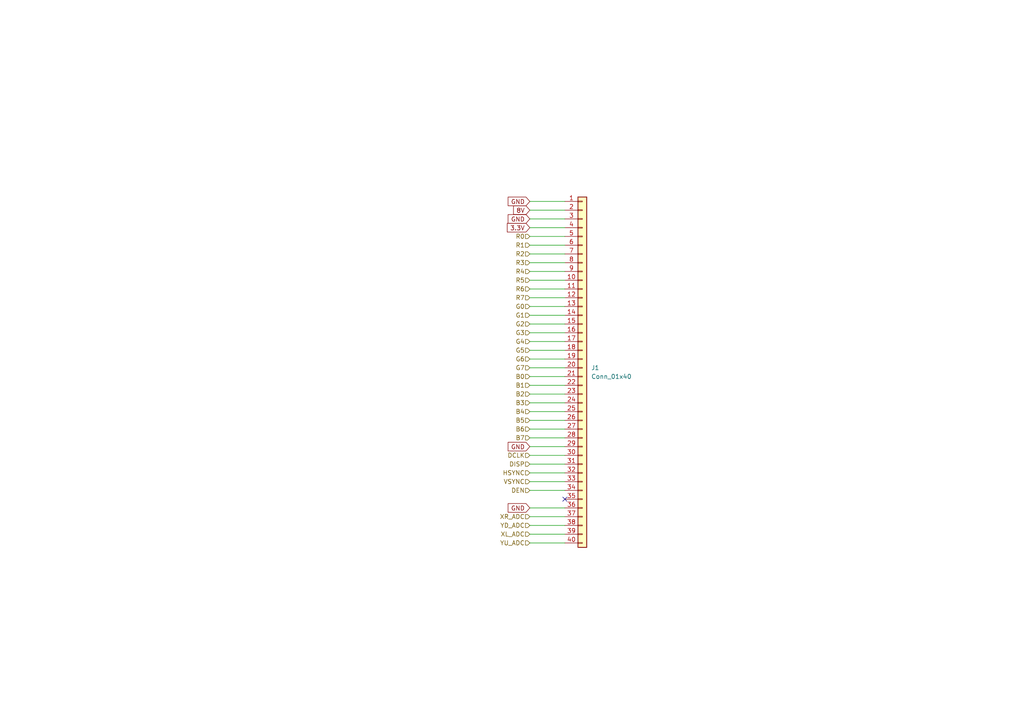
<source format=kicad_sch>
(kicad_sch
	(version 20231120)
	(generator "eeschema")
	(generator_version "8.0")
	(uuid "0d2d7011-7a01-4cb0-9731-9af1a431507f")
	(paper "A4")
	(lib_symbols
		(symbol "Connector_Generic:Conn_01x40"
			(pin_names
				(offset 1.016) hide)
			(exclude_from_sim no)
			(in_bom yes)
			(on_board yes)
			(property "Reference" "J"
				(at 0 50.8 0)
				(effects
					(font
						(size 1.27 1.27)
					)
				)
			)
			(property "Value" "Conn_01x40"
				(at 0 -53.34 0)
				(effects
					(font
						(size 1.27 1.27)
					)
				)
			)
			(property "Footprint" ""
				(at 0 0 0)
				(effects
					(font
						(size 1.27 1.27)
					)
					(hide yes)
				)
			)
			(property "Datasheet" "~"
				(at 0 0 0)
				(effects
					(font
						(size 1.27 1.27)
					)
					(hide yes)
				)
			)
			(property "Description" "Generic connector, single row, 01x40, script generated (kicad-library-utils/schlib/autogen/connector/)"
				(at 0 0 0)
				(effects
					(font
						(size 1.27 1.27)
					)
					(hide yes)
				)
			)
			(property "ki_keywords" "connector"
				(at 0 0 0)
				(effects
					(font
						(size 1.27 1.27)
					)
					(hide yes)
				)
			)
			(property "ki_fp_filters" "Connector*:*_1x??_*"
				(at 0 0 0)
				(effects
					(font
						(size 1.27 1.27)
					)
					(hide yes)
				)
			)
			(symbol "Conn_01x40_1_1"
				(rectangle
					(start -1.27 -50.673)
					(end 0 -50.927)
					(stroke
						(width 0.1524)
						(type default)
					)
					(fill
						(type none)
					)
				)
				(rectangle
					(start -1.27 -48.133)
					(end 0 -48.387)
					(stroke
						(width 0.1524)
						(type default)
					)
					(fill
						(type none)
					)
				)
				(rectangle
					(start -1.27 -45.593)
					(end 0 -45.847)
					(stroke
						(width 0.1524)
						(type default)
					)
					(fill
						(type none)
					)
				)
				(rectangle
					(start -1.27 -43.053)
					(end 0 -43.307)
					(stroke
						(width 0.1524)
						(type default)
					)
					(fill
						(type none)
					)
				)
				(rectangle
					(start -1.27 -40.513)
					(end 0 -40.767)
					(stroke
						(width 0.1524)
						(type default)
					)
					(fill
						(type none)
					)
				)
				(rectangle
					(start -1.27 -37.973)
					(end 0 -38.227)
					(stroke
						(width 0.1524)
						(type default)
					)
					(fill
						(type none)
					)
				)
				(rectangle
					(start -1.27 -35.433)
					(end 0 -35.687)
					(stroke
						(width 0.1524)
						(type default)
					)
					(fill
						(type none)
					)
				)
				(rectangle
					(start -1.27 -32.893)
					(end 0 -33.147)
					(stroke
						(width 0.1524)
						(type default)
					)
					(fill
						(type none)
					)
				)
				(rectangle
					(start -1.27 -30.353)
					(end 0 -30.607)
					(stroke
						(width 0.1524)
						(type default)
					)
					(fill
						(type none)
					)
				)
				(rectangle
					(start -1.27 -27.813)
					(end 0 -28.067)
					(stroke
						(width 0.1524)
						(type default)
					)
					(fill
						(type none)
					)
				)
				(rectangle
					(start -1.27 -25.273)
					(end 0 -25.527)
					(stroke
						(width 0.1524)
						(type default)
					)
					(fill
						(type none)
					)
				)
				(rectangle
					(start -1.27 -22.733)
					(end 0 -22.987)
					(stroke
						(width 0.1524)
						(type default)
					)
					(fill
						(type none)
					)
				)
				(rectangle
					(start -1.27 -20.193)
					(end 0 -20.447)
					(stroke
						(width 0.1524)
						(type default)
					)
					(fill
						(type none)
					)
				)
				(rectangle
					(start -1.27 -17.653)
					(end 0 -17.907)
					(stroke
						(width 0.1524)
						(type default)
					)
					(fill
						(type none)
					)
				)
				(rectangle
					(start -1.27 -15.113)
					(end 0 -15.367)
					(stroke
						(width 0.1524)
						(type default)
					)
					(fill
						(type none)
					)
				)
				(rectangle
					(start -1.27 -12.573)
					(end 0 -12.827)
					(stroke
						(width 0.1524)
						(type default)
					)
					(fill
						(type none)
					)
				)
				(rectangle
					(start -1.27 -10.033)
					(end 0 -10.287)
					(stroke
						(width 0.1524)
						(type default)
					)
					(fill
						(type none)
					)
				)
				(rectangle
					(start -1.27 -7.493)
					(end 0 -7.747)
					(stroke
						(width 0.1524)
						(type default)
					)
					(fill
						(type none)
					)
				)
				(rectangle
					(start -1.27 -4.953)
					(end 0 -5.207)
					(stroke
						(width 0.1524)
						(type default)
					)
					(fill
						(type none)
					)
				)
				(rectangle
					(start -1.27 -2.413)
					(end 0 -2.667)
					(stroke
						(width 0.1524)
						(type default)
					)
					(fill
						(type none)
					)
				)
				(rectangle
					(start -1.27 0.127)
					(end 0 -0.127)
					(stroke
						(width 0.1524)
						(type default)
					)
					(fill
						(type none)
					)
				)
				(rectangle
					(start -1.27 2.667)
					(end 0 2.413)
					(stroke
						(width 0.1524)
						(type default)
					)
					(fill
						(type none)
					)
				)
				(rectangle
					(start -1.27 5.207)
					(end 0 4.953)
					(stroke
						(width 0.1524)
						(type default)
					)
					(fill
						(type none)
					)
				)
				(rectangle
					(start -1.27 7.747)
					(end 0 7.493)
					(stroke
						(width 0.1524)
						(type default)
					)
					(fill
						(type none)
					)
				)
				(rectangle
					(start -1.27 10.287)
					(end 0 10.033)
					(stroke
						(width 0.1524)
						(type default)
					)
					(fill
						(type none)
					)
				)
				(rectangle
					(start -1.27 12.827)
					(end 0 12.573)
					(stroke
						(width 0.1524)
						(type default)
					)
					(fill
						(type none)
					)
				)
				(rectangle
					(start -1.27 15.367)
					(end 0 15.113)
					(stroke
						(width 0.1524)
						(type default)
					)
					(fill
						(type none)
					)
				)
				(rectangle
					(start -1.27 17.907)
					(end 0 17.653)
					(stroke
						(width 0.1524)
						(type default)
					)
					(fill
						(type none)
					)
				)
				(rectangle
					(start -1.27 20.447)
					(end 0 20.193)
					(stroke
						(width 0.1524)
						(type default)
					)
					(fill
						(type none)
					)
				)
				(rectangle
					(start -1.27 22.987)
					(end 0 22.733)
					(stroke
						(width 0.1524)
						(type default)
					)
					(fill
						(type none)
					)
				)
				(rectangle
					(start -1.27 25.527)
					(end 0 25.273)
					(stroke
						(width 0.1524)
						(type default)
					)
					(fill
						(type none)
					)
				)
				(rectangle
					(start -1.27 28.067)
					(end 0 27.813)
					(stroke
						(width 0.1524)
						(type default)
					)
					(fill
						(type none)
					)
				)
				(rectangle
					(start -1.27 30.607)
					(end 0 30.353)
					(stroke
						(width 0.1524)
						(type default)
					)
					(fill
						(type none)
					)
				)
				(rectangle
					(start -1.27 33.147)
					(end 0 32.893)
					(stroke
						(width 0.1524)
						(type default)
					)
					(fill
						(type none)
					)
				)
				(rectangle
					(start -1.27 35.687)
					(end 0 35.433)
					(stroke
						(width 0.1524)
						(type default)
					)
					(fill
						(type none)
					)
				)
				(rectangle
					(start -1.27 38.227)
					(end 0 37.973)
					(stroke
						(width 0.1524)
						(type default)
					)
					(fill
						(type none)
					)
				)
				(rectangle
					(start -1.27 40.767)
					(end 0 40.513)
					(stroke
						(width 0.1524)
						(type default)
					)
					(fill
						(type none)
					)
				)
				(rectangle
					(start -1.27 43.307)
					(end 0 43.053)
					(stroke
						(width 0.1524)
						(type default)
					)
					(fill
						(type none)
					)
				)
				(rectangle
					(start -1.27 45.847)
					(end 0 45.593)
					(stroke
						(width 0.1524)
						(type default)
					)
					(fill
						(type none)
					)
				)
				(rectangle
					(start -1.27 48.387)
					(end 0 48.133)
					(stroke
						(width 0.1524)
						(type default)
					)
					(fill
						(type none)
					)
				)
				(rectangle
					(start -1.27 49.53)
					(end 1.27 -52.07)
					(stroke
						(width 0.254)
						(type default)
					)
					(fill
						(type background)
					)
				)
				(pin passive line
					(at -5.08 48.26 0)
					(length 3.81)
					(name "Pin_1"
						(effects
							(font
								(size 1.27 1.27)
							)
						)
					)
					(number "1"
						(effects
							(font
								(size 1.27 1.27)
							)
						)
					)
				)
				(pin passive line
					(at -5.08 25.4 0)
					(length 3.81)
					(name "Pin_10"
						(effects
							(font
								(size 1.27 1.27)
							)
						)
					)
					(number "10"
						(effects
							(font
								(size 1.27 1.27)
							)
						)
					)
				)
				(pin passive line
					(at -5.08 22.86 0)
					(length 3.81)
					(name "Pin_11"
						(effects
							(font
								(size 1.27 1.27)
							)
						)
					)
					(number "11"
						(effects
							(font
								(size 1.27 1.27)
							)
						)
					)
				)
				(pin passive line
					(at -5.08 20.32 0)
					(length 3.81)
					(name "Pin_12"
						(effects
							(font
								(size 1.27 1.27)
							)
						)
					)
					(number "12"
						(effects
							(font
								(size 1.27 1.27)
							)
						)
					)
				)
				(pin passive line
					(at -5.08 17.78 0)
					(length 3.81)
					(name "Pin_13"
						(effects
							(font
								(size 1.27 1.27)
							)
						)
					)
					(number "13"
						(effects
							(font
								(size 1.27 1.27)
							)
						)
					)
				)
				(pin passive line
					(at -5.08 15.24 0)
					(length 3.81)
					(name "Pin_14"
						(effects
							(font
								(size 1.27 1.27)
							)
						)
					)
					(number "14"
						(effects
							(font
								(size 1.27 1.27)
							)
						)
					)
				)
				(pin passive line
					(at -5.08 12.7 0)
					(length 3.81)
					(name "Pin_15"
						(effects
							(font
								(size 1.27 1.27)
							)
						)
					)
					(number "15"
						(effects
							(font
								(size 1.27 1.27)
							)
						)
					)
				)
				(pin passive line
					(at -5.08 10.16 0)
					(length 3.81)
					(name "Pin_16"
						(effects
							(font
								(size 1.27 1.27)
							)
						)
					)
					(number "16"
						(effects
							(font
								(size 1.27 1.27)
							)
						)
					)
				)
				(pin passive line
					(at -5.08 7.62 0)
					(length 3.81)
					(name "Pin_17"
						(effects
							(font
								(size 1.27 1.27)
							)
						)
					)
					(number "17"
						(effects
							(font
								(size 1.27 1.27)
							)
						)
					)
				)
				(pin passive line
					(at -5.08 5.08 0)
					(length 3.81)
					(name "Pin_18"
						(effects
							(font
								(size 1.27 1.27)
							)
						)
					)
					(number "18"
						(effects
							(font
								(size 1.27 1.27)
							)
						)
					)
				)
				(pin passive line
					(at -5.08 2.54 0)
					(length 3.81)
					(name "Pin_19"
						(effects
							(font
								(size 1.27 1.27)
							)
						)
					)
					(number "19"
						(effects
							(font
								(size 1.27 1.27)
							)
						)
					)
				)
				(pin passive line
					(at -5.08 45.72 0)
					(length 3.81)
					(name "Pin_2"
						(effects
							(font
								(size 1.27 1.27)
							)
						)
					)
					(number "2"
						(effects
							(font
								(size 1.27 1.27)
							)
						)
					)
				)
				(pin passive line
					(at -5.08 0 0)
					(length 3.81)
					(name "Pin_20"
						(effects
							(font
								(size 1.27 1.27)
							)
						)
					)
					(number "20"
						(effects
							(font
								(size 1.27 1.27)
							)
						)
					)
				)
				(pin passive line
					(at -5.08 -2.54 0)
					(length 3.81)
					(name "Pin_21"
						(effects
							(font
								(size 1.27 1.27)
							)
						)
					)
					(number "21"
						(effects
							(font
								(size 1.27 1.27)
							)
						)
					)
				)
				(pin passive line
					(at -5.08 -5.08 0)
					(length 3.81)
					(name "Pin_22"
						(effects
							(font
								(size 1.27 1.27)
							)
						)
					)
					(number "22"
						(effects
							(font
								(size 1.27 1.27)
							)
						)
					)
				)
				(pin passive line
					(at -5.08 -7.62 0)
					(length 3.81)
					(name "Pin_23"
						(effects
							(font
								(size 1.27 1.27)
							)
						)
					)
					(number "23"
						(effects
							(font
								(size 1.27 1.27)
							)
						)
					)
				)
				(pin passive line
					(at -5.08 -10.16 0)
					(length 3.81)
					(name "Pin_24"
						(effects
							(font
								(size 1.27 1.27)
							)
						)
					)
					(number "24"
						(effects
							(font
								(size 1.27 1.27)
							)
						)
					)
				)
				(pin passive line
					(at -5.08 -12.7 0)
					(length 3.81)
					(name "Pin_25"
						(effects
							(font
								(size 1.27 1.27)
							)
						)
					)
					(number "25"
						(effects
							(font
								(size 1.27 1.27)
							)
						)
					)
				)
				(pin passive line
					(at -5.08 -15.24 0)
					(length 3.81)
					(name "Pin_26"
						(effects
							(font
								(size 1.27 1.27)
							)
						)
					)
					(number "26"
						(effects
							(font
								(size 1.27 1.27)
							)
						)
					)
				)
				(pin passive line
					(at -5.08 -17.78 0)
					(length 3.81)
					(name "Pin_27"
						(effects
							(font
								(size 1.27 1.27)
							)
						)
					)
					(number "27"
						(effects
							(font
								(size 1.27 1.27)
							)
						)
					)
				)
				(pin passive line
					(at -5.08 -20.32 0)
					(length 3.81)
					(name "Pin_28"
						(effects
							(font
								(size 1.27 1.27)
							)
						)
					)
					(number "28"
						(effects
							(font
								(size 1.27 1.27)
							)
						)
					)
				)
				(pin passive line
					(at -5.08 -22.86 0)
					(length 3.81)
					(name "Pin_29"
						(effects
							(font
								(size 1.27 1.27)
							)
						)
					)
					(number "29"
						(effects
							(font
								(size 1.27 1.27)
							)
						)
					)
				)
				(pin passive line
					(at -5.08 43.18 0)
					(length 3.81)
					(name "Pin_3"
						(effects
							(font
								(size 1.27 1.27)
							)
						)
					)
					(number "3"
						(effects
							(font
								(size 1.27 1.27)
							)
						)
					)
				)
				(pin passive line
					(at -5.08 -25.4 0)
					(length 3.81)
					(name "Pin_30"
						(effects
							(font
								(size 1.27 1.27)
							)
						)
					)
					(number "30"
						(effects
							(font
								(size 1.27 1.27)
							)
						)
					)
				)
				(pin passive line
					(at -5.08 -27.94 0)
					(length 3.81)
					(name "Pin_31"
						(effects
							(font
								(size 1.27 1.27)
							)
						)
					)
					(number "31"
						(effects
							(font
								(size 1.27 1.27)
							)
						)
					)
				)
				(pin passive line
					(at -5.08 -30.48 0)
					(length 3.81)
					(name "Pin_32"
						(effects
							(font
								(size 1.27 1.27)
							)
						)
					)
					(number "32"
						(effects
							(font
								(size 1.27 1.27)
							)
						)
					)
				)
				(pin passive line
					(at -5.08 -33.02 0)
					(length 3.81)
					(name "Pin_33"
						(effects
							(font
								(size 1.27 1.27)
							)
						)
					)
					(number "33"
						(effects
							(font
								(size 1.27 1.27)
							)
						)
					)
				)
				(pin passive line
					(at -5.08 -35.56 0)
					(length 3.81)
					(name "Pin_34"
						(effects
							(font
								(size 1.27 1.27)
							)
						)
					)
					(number "34"
						(effects
							(font
								(size 1.27 1.27)
							)
						)
					)
				)
				(pin passive line
					(at -5.08 -38.1 0)
					(length 3.81)
					(name "Pin_35"
						(effects
							(font
								(size 1.27 1.27)
							)
						)
					)
					(number "35"
						(effects
							(font
								(size 1.27 1.27)
							)
						)
					)
				)
				(pin passive line
					(at -5.08 -40.64 0)
					(length 3.81)
					(name "Pin_36"
						(effects
							(font
								(size 1.27 1.27)
							)
						)
					)
					(number "36"
						(effects
							(font
								(size 1.27 1.27)
							)
						)
					)
				)
				(pin passive line
					(at -5.08 -43.18 0)
					(length 3.81)
					(name "Pin_37"
						(effects
							(font
								(size 1.27 1.27)
							)
						)
					)
					(number "37"
						(effects
							(font
								(size 1.27 1.27)
							)
						)
					)
				)
				(pin passive line
					(at -5.08 -45.72 0)
					(length 3.81)
					(name "Pin_38"
						(effects
							(font
								(size 1.27 1.27)
							)
						)
					)
					(number "38"
						(effects
							(font
								(size 1.27 1.27)
							)
						)
					)
				)
				(pin passive line
					(at -5.08 -48.26 0)
					(length 3.81)
					(name "Pin_39"
						(effects
							(font
								(size 1.27 1.27)
							)
						)
					)
					(number "39"
						(effects
							(font
								(size 1.27 1.27)
							)
						)
					)
				)
				(pin passive line
					(at -5.08 40.64 0)
					(length 3.81)
					(name "Pin_4"
						(effects
							(font
								(size 1.27 1.27)
							)
						)
					)
					(number "4"
						(effects
							(font
								(size 1.27 1.27)
							)
						)
					)
				)
				(pin passive line
					(at -5.08 -50.8 0)
					(length 3.81)
					(name "Pin_40"
						(effects
							(font
								(size 1.27 1.27)
							)
						)
					)
					(number "40"
						(effects
							(font
								(size 1.27 1.27)
							)
						)
					)
				)
				(pin passive line
					(at -5.08 38.1 0)
					(length 3.81)
					(name "Pin_5"
						(effects
							(font
								(size 1.27 1.27)
							)
						)
					)
					(number "5"
						(effects
							(font
								(size 1.27 1.27)
							)
						)
					)
				)
				(pin passive line
					(at -5.08 35.56 0)
					(length 3.81)
					(name "Pin_6"
						(effects
							(font
								(size 1.27 1.27)
							)
						)
					)
					(number "6"
						(effects
							(font
								(size 1.27 1.27)
							)
						)
					)
				)
				(pin passive line
					(at -5.08 33.02 0)
					(length 3.81)
					(name "Pin_7"
						(effects
							(font
								(size 1.27 1.27)
							)
						)
					)
					(number "7"
						(effects
							(font
								(size 1.27 1.27)
							)
						)
					)
				)
				(pin passive line
					(at -5.08 30.48 0)
					(length 3.81)
					(name "Pin_8"
						(effects
							(font
								(size 1.27 1.27)
							)
						)
					)
					(number "8"
						(effects
							(font
								(size 1.27 1.27)
							)
						)
					)
				)
				(pin passive line
					(at -5.08 27.94 0)
					(length 3.81)
					(name "Pin_9"
						(effects
							(font
								(size 1.27 1.27)
							)
						)
					)
					(number "9"
						(effects
							(font
								(size 1.27 1.27)
							)
						)
					)
				)
			)
		)
	)
	(no_connect
		(at 163.83 144.78)
		(uuid "4b081013-a363-4c1b-9915-6ee42812db9e")
	)
	(wire
		(pts
			(xy 153.67 157.48) (xy 163.83 157.48)
		)
		(stroke
			(width 0)
			(type default)
		)
		(uuid "020f8f12-f7bc-4621-bf4f-0454e6d4f643")
	)
	(wire
		(pts
			(xy 153.67 58.42) (xy 163.83 58.42)
		)
		(stroke
			(width 0)
			(type default)
		)
		(uuid "072aed1b-453f-4be6-ad3c-09552229a7a5")
	)
	(wire
		(pts
			(xy 153.67 78.74) (xy 163.83 78.74)
		)
		(stroke
			(width 0)
			(type default)
		)
		(uuid "08b6e847-03b5-4a8b-a8d4-baf1f21d28b2")
	)
	(wire
		(pts
			(xy 153.67 152.4) (xy 163.83 152.4)
		)
		(stroke
			(width 0)
			(type default)
		)
		(uuid "090a0024-96df-4c68-b332-e6faa6c4cf90")
	)
	(wire
		(pts
			(xy 153.67 124.46) (xy 163.83 124.46)
		)
		(stroke
			(width 0)
			(type default)
		)
		(uuid "1d96e5fc-78c6-4e49-b972-0fb71b1a01c7")
	)
	(wire
		(pts
			(xy 153.67 99.06) (xy 163.83 99.06)
		)
		(stroke
			(width 0)
			(type default)
		)
		(uuid "2280eb2a-b70a-4e08-9609-aad7453d6232")
	)
	(wire
		(pts
			(xy 153.67 66.04) (xy 163.83 66.04)
		)
		(stroke
			(width 0)
			(type default)
		)
		(uuid "246c816e-8914-4fca-aaad-e84e16325edf")
	)
	(wire
		(pts
			(xy 153.67 121.92) (xy 163.83 121.92)
		)
		(stroke
			(width 0)
			(type default)
		)
		(uuid "2d81f439-007f-4f08-821e-da31cc1e5081")
	)
	(wire
		(pts
			(xy 153.67 119.38) (xy 163.83 119.38)
		)
		(stroke
			(width 0)
			(type default)
		)
		(uuid "338f6afa-3284-4052-adb0-d43123b9520c")
	)
	(wire
		(pts
			(xy 153.67 81.28) (xy 163.83 81.28)
		)
		(stroke
			(width 0)
			(type default)
		)
		(uuid "40efce46-72d2-4dd3-823e-58fb755fc110")
	)
	(wire
		(pts
			(xy 153.67 134.62) (xy 163.83 134.62)
		)
		(stroke
			(width 0)
			(type default)
		)
		(uuid "4509cb01-2a22-4c94-a20a-3b0ddb26295d")
	)
	(wire
		(pts
			(xy 153.67 83.82) (xy 163.83 83.82)
		)
		(stroke
			(width 0)
			(type default)
		)
		(uuid "465fc65d-33bc-4c72-ab37-bc467c47a8c0")
	)
	(wire
		(pts
			(xy 153.67 137.16) (xy 163.83 137.16)
		)
		(stroke
			(width 0)
			(type default)
		)
		(uuid "5031708c-1023-4c46-9178-223c16129c03")
	)
	(wire
		(pts
			(xy 153.67 91.44) (xy 163.83 91.44)
		)
		(stroke
			(width 0)
			(type default)
		)
		(uuid "55817a6a-b39a-46f9-b956-b39a32d1349d")
	)
	(wire
		(pts
			(xy 153.67 109.22) (xy 163.83 109.22)
		)
		(stroke
			(width 0)
			(type default)
		)
		(uuid "55b0aea4-a9f1-4932-b68e-1165101cc0e4")
	)
	(wire
		(pts
			(xy 153.67 147.32) (xy 163.83 147.32)
		)
		(stroke
			(width 0)
			(type default)
		)
		(uuid "5e7676a7-7e95-4aed-b1d7-95a190b01abd")
	)
	(wire
		(pts
			(xy 153.67 142.24) (xy 163.83 142.24)
		)
		(stroke
			(width 0)
			(type default)
		)
		(uuid "612f30c2-2f34-4399-bd5a-3355f05d84e8")
	)
	(wire
		(pts
			(xy 153.67 88.9) (xy 163.83 88.9)
		)
		(stroke
			(width 0)
			(type default)
		)
		(uuid "64d0192f-3984-406b-90af-cc20c5e0f607")
	)
	(wire
		(pts
			(xy 153.67 101.6) (xy 163.83 101.6)
		)
		(stroke
			(width 0)
			(type default)
		)
		(uuid "6e74d1ba-69c6-4444-a8d7-b3db8104d4de")
	)
	(wire
		(pts
			(xy 153.67 114.3) (xy 163.83 114.3)
		)
		(stroke
			(width 0)
			(type default)
		)
		(uuid "93512f85-6084-431a-87d5-3a0f9db05906")
	)
	(wire
		(pts
			(xy 153.67 71.12) (xy 163.83 71.12)
		)
		(stroke
			(width 0)
			(type default)
		)
		(uuid "a476dcf5-fd71-42d2-bcd5-afeb0f8926b4")
	)
	(wire
		(pts
			(xy 153.67 129.54) (xy 163.83 129.54)
		)
		(stroke
			(width 0)
			(type default)
		)
		(uuid "a6124f65-8188-4b42-8764-0f08b3fb9d49")
	)
	(wire
		(pts
			(xy 153.67 149.86) (xy 163.83 149.86)
		)
		(stroke
			(width 0)
			(type default)
		)
		(uuid "a7ab6d6f-f778-4f47-944d-954972503033")
	)
	(wire
		(pts
			(xy 153.67 127) (xy 163.83 127)
		)
		(stroke
			(width 0)
			(type default)
		)
		(uuid "a90317e4-d39e-46e0-b574-4e5791c6e54e")
	)
	(wire
		(pts
			(xy 153.67 76.2) (xy 163.83 76.2)
		)
		(stroke
			(width 0)
			(type default)
		)
		(uuid "b4b84091-68f2-4552-89e4-5a21b744c671")
	)
	(wire
		(pts
			(xy 153.67 73.66) (xy 163.83 73.66)
		)
		(stroke
			(width 0)
			(type default)
		)
		(uuid "b568a98d-0016-4b7a-bbcb-1eb8ebf99bc9")
	)
	(wire
		(pts
			(xy 153.67 93.98) (xy 163.83 93.98)
		)
		(stroke
			(width 0)
			(type default)
		)
		(uuid "b8d21e6f-e36c-47b2-bfa4-5983d039eba2")
	)
	(wire
		(pts
			(xy 153.67 116.84) (xy 163.83 116.84)
		)
		(stroke
			(width 0)
			(type default)
		)
		(uuid "bdd01d69-772d-4b80-87c9-737ab40c2c7a")
	)
	(wire
		(pts
			(xy 153.67 132.08) (xy 163.83 132.08)
		)
		(stroke
			(width 0)
			(type default)
		)
		(uuid "c5c2ad04-1362-46f1-aa31-c4d79ea64331")
	)
	(wire
		(pts
			(xy 153.67 63.5) (xy 163.83 63.5)
		)
		(stroke
			(width 0)
			(type default)
		)
		(uuid "cfd19e0f-4ae6-472e-80df-138454cac06a")
	)
	(wire
		(pts
			(xy 153.67 106.68) (xy 163.83 106.68)
		)
		(stroke
			(width 0)
			(type default)
		)
		(uuid "d33211b3-d6b3-45b5-9b98-7021dca937cb")
	)
	(wire
		(pts
			(xy 153.67 86.36) (xy 163.83 86.36)
		)
		(stroke
			(width 0)
			(type default)
		)
		(uuid "db7dddff-11e3-4f93-9fcc-99f74e31aae6")
	)
	(wire
		(pts
			(xy 153.67 111.76) (xy 163.83 111.76)
		)
		(stroke
			(width 0)
			(type default)
		)
		(uuid "dbe8d206-31e1-4d70-a578-471cda6b0d9a")
	)
	(wire
		(pts
			(xy 153.67 60.96) (xy 163.83 60.96)
		)
		(stroke
			(width 0)
			(type default)
		)
		(uuid "dd099e29-cce1-40f6-a270-9e17b2c6feb9")
	)
	(wire
		(pts
			(xy 153.67 96.52) (xy 163.83 96.52)
		)
		(stroke
			(width 0)
			(type default)
		)
		(uuid "ef07ca8e-4e0c-4dee-9a38-42cf386468e2")
	)
	(wire
		(pts
			(xy 153.67 154.94) (xy 163.83 154.94)
		)
		(stroke
			(width 0)
			(type default)
		)
		(uuid "f054f469-e22c-4172-a4d1-80cc87c325e6")
	)
	(wire
		(pts
			(xy 153.67 139.7) (xy 163.83 139.7)
		)
		(stroke
			(width 0)
			(type default)
		)
		(uuid "fa53e60d-9ecf-4b15-a389-c983652f1bdb")
	)
	(wire
		(pts
			(xy 153.67 104.14) (xy 163.83 104.14)
		)
		(stroke
			(width 0)
			(type default)
		)
		(uuid "fb120b40-530e-4907-855b-677b2467c2fe")
	)
	(wire
		(pts
			(xy 153.67 68.58) (xy 163.83 68.58)
		)
		(stroke
			(width 0)
			(type default)
		)
		(uuid "fc21d485-674b-452f-a8db-d5b9bed5d386")
	)
	(global_label "3.3V"
		(shape input)
		(at 153.67 66.04 180)
		(fields_autoplaced yes)
		(effects
			(font
				(size 1.27 1.27)
			)
			(justify right)
		)
		(uuid "033f2b0f-f107-4205-9f1d-24f5db15b227")
		(property "Intersheetrefs" "${INTERSHEET_REFS}"
			(at 146.5724 66.04 0)
			(effects
				(font
					(size 1.27 1.27)
				)
				(justify right)
				(hide yes)
			)
		)
	)
	(global_label "8V"
		(shape input)
		(at 153.67 60.96 180)
		(fields_autoplaced yes)
		(effects
			(font
				(size 1.27 1.27)
			)
			(justify right)
		)
		(uuid "5e4d3e38-c524-4b7f-af56-016b57838eb0")
		(property "Intersheetrefs" "${INTERSHEET_REFS}"
			(at 148.3867 60.96 0)
			(effects
				(font
					(size 1.27 1.27)
				)
				(justify right)
				(hide yes)
			)
		)
	)
	(global_label "GND"
		(shape input)
		(at 153.67 63.5 180)
		(fields_autoplaced yes)
		(effects
			(font
				(size 1.27 1.27)
			)
			(justify right)
		)
		(uuid "8e547cb1-3dbb-4b48-88f0-644cbe33c1af")
		(property "Intersheetrefs" "${INTERSHEET_REFS}"
			(at 146.8143 63.5 0)
			(effects
				(font
					(size 1.27 1.27)
				)
				(justify right)
				(hide yes)
			)
		)
	)
	(global_label "GND"
		(shape input)
		(at 153.67 129.54 180)
		(fields_autoplaced yes)
		(effects
			(font
				(size 1.27 1.27)
			)
			(justify right)
		)
		(uuid "a0afbe2b-2e24-438b-9e8e-309b646ac905")
		(property "Intersheetrefs" "${INTERSHEET_REFS}"
			(at 146.8143 129.54 0)
			(effects
				(font
					(size 1.27 1.27)
				)
				(justify right)
				(hide yes)
			)
		)
	)
	(global_label "GND"
		(shape input)
		(at 153.67 147.32 180)
		(fields_autoplaced yes)
		(effects
			(font
				(size 1.27 1.27)
			)
			(justify right)
		)
		(uuid "d43053c9-4747-436c-872f-5c49243ac311")
		(property "Intersheetrefs" "${INTERSHEET_REFS}"
			(at 146.8143 147.32 0)
			(effects
				(font
					(size 1.27 1.27)
				)
				(justify right)
				(hide yes)
			)
		)
	)
	(global_label "GND"
		(shape input)
		(at 153.67 58.42 180)
		(fields_autoplaced yes)
		(effects
			(font
				(size 1.27 1.27)
			)
			(justify right)
		)
		(uuid "e57804a2-7957-46e4-b91d-6e915f75de4d")
		(property "Intersheetrefs" "${INTERSHEET_REFS}"
			(at 146.8143 58.42 0)
			(effects
				(font
					(size 1.27 1.27)
				)
				(justify right)
				(hide yes)
			)
		)
	)
	(hierarchical_label "DISP"
		(shape input)
		(at 153.67 134.62 180)
		(effects
			(font
				(size 1.27 1.27)
			)
			(justify right)
		)
		(uuid "0669b686-bff7-4744-b0d5-4896e614c616")
	)
	(hierarchical_label "XR_ADC"
		(shape input)
		(at 153.67 149.86 180)
		(effects
			(font
				(size 1.27 1.27)
			)
			(justify right)
		)
		(uuid "0b10c6c2-c892-4cc2-9043-a6d87b94e683")
	)
	(hierarchical_label "B0"
		(shape input)
		(at 153.67 109.22 180)
		(effects
			(font
				(size 1.27 1.27)
			)
			(justify right)
		)
		(uuid "0b711d02-ac25-4f7f-8036-346e8d018a7a")
	)
	(hierarchical_label "R0"
		(shape input)
		(at 153.67 68.58 180)
		(effects
			(font
				(size 1.27 1.27)
			)
			(justify right)
		)
		(uuid "16c25b15-5dc2-4680-94ad-6dddbe28ad3c")
	)
	(hierarchical_label "R5"
		(shape input)
		(at 153.67 81.28 180)
		(effects
			(font
				(size 1.27 1.27)
			)
			(justify right)
		)
		(uuid "181da30f-1087-4271-ab8d-dc71cfed981a")
	)
	(hierarchical_label "R4"
		(shape input)
		(at 153.67 78.74 180)
		(effects
			(font
				(size 1.27 1.27)
			)
			(justify right)
		)
		(uuid "3d4eb27c-8e45-458f-a92b-c56a278324e0")
	)
	(hierarchical_label "R3"
		(shape input)
		(at 153.67 76.2 180)
		(effects
			(font
				(size 1.27 1.27)
			)
			(justify right)
		)
		(uuid "403f1cc6-d98f-48ed-a32f-73b4b4493e98")
	)
	(hierarchical_label "G5"
		(shape input)
		(at 153.67 101.6 180)
		(effects
			(font
				(size 1.27 1.27)
			)
			(justify right)
		)
		(uuid "42687f62-953c-465d-97d4-f0725de7e353")
	)
	(hierarchical_label "G6"
		(shape input)
		(at 153.67 104.14 180)
		(effects
			(font
				(size 1.27 1.27)
			)
			(justify right)
		)
		(uuid "4eca5750-f5f6-41d5-a500-e8af9d42fd60")
	)
	(hierarchical_label "XL_ADC"
		(shape input)
		(at 153.67 154.94 180)
		(effects
			(font
				(size 1.27 1.27)
			)
			(justify right)
		)
		(uuid "615aa997-d536-455f-9a90-29d43411f591")
	)
	(hierarchical_label "B3"
		(shape input)
		(at 153.67 116.84 180)
		(effects
			(font
				(size 1.27 1.27)
			)
			(justify right)
		)
		(uuid "6203a013-f40e-4e87-a205-84904ee6d4f3")
	)
	(hierarchical_label "G3"
		(shape input)
		(at 153.67 96.52 180)
		(effects
			(font
				(size 1.27 1.27)
			)
			(justify right)
		)
		(uuid "69932afd-6a0a-426d-bba4-dcc289d90b39")
	)
	(hierarchical_label "YU_ADC"
		(shape input)
		(at 153.67 157.48 180)
		(effects
			(font
				(size 1.27 1.27)
			)
			(justify right)
		)
		(uuid "6bcb0cd0-d449-44cc-8d33-0f9b399eac5e")
	)
	(hierarchical_label "G0"
		(shape input)
		(at 153.67 88.9 180)
		(effects
			(font
				(size 1.27 1.27)
			)
			(justify right)
		)
		(uuid "746e123a-674c-4125-9697-fbf879308a5e")
	)
	(hierarchical_label "YD_ADC"
		(shape input)
		(at 153.67 152.4 180)
		(effects
			(font
				(size 1.27 1.27)
			)
			(justify right)
		)
		(uuid "7675f6f4-a261-4866-b6b7-13f341f1e940")
	)
	(hierarchical_label "DEN"
		(shape input)
		(at 153.67 142.24 180)
		(effects
			(font
				(size 1.27 1.27)
			)
			(justify right)
		)
		(uuid "7b4c20aa-bdfa-43e8-8186-7357d0949851")
	)
	(hierarchical_label "B5"
		(shape input)
		(at 153.67 121.92 180)
		(effects
			(font
				(size 1.27 1.27)
			)
			(justify right)
		)
		(uuid "82ea4a14-cea0-47a1-9e66-40ad79e1e66b")
	)
	(hierarchical_label "G7"
		(shape input)
		(at 153.67 106.68 180)
		(effects
			(font
				(size 1.27 1.27)
			)
			(justify right)
		)
		(uuid "858c62c8-3b05-420e-a5f9-a318196e7a8d")
	)
	(hierarchical_label "HSYNC"
		(shape input)
		(at 153.67 137.16 180)
		(effects
			(font
				(size 1.27 1.27)
			)
			(justify right)
		)
		(uuid "956da4b4-f464-45fe-adfa-4c860d668607")
	)
	(hierarchical_label "G4"
		(shape input)
		(at 153.67 99.06 180)
		(effects
			(font
				(size 1.27 1.27)
			)
			(justify right)
		)
		(uuid "95ce1247-4895-4b9a-8b9d-2e59e31d9016")
	)
	(hierarchical_label "VSYNC"
		(shape input)
		(at 153.67 139.7 180)
		(effects
			(font
				(size 1.27 1.27)
			)
			(justify right)
		)
		(uuid "982f85bb-86df-4219-8d0d-212d8737ccb5")
	)
	(hierarchical_label "B4"
		(shape input)
		(at 153.67 119.38 180)
		(effects
			(font
				(size 1.27 1.27)
			)
			(justify right)
		)
		(uuid "98fba041-e4e8-4425-8ec4-1c895d1f1bf9")
	)
	(hierarchical_label "DCLK"
		(shape input)
		(at 153.67 132.08 180)
		(effects
			(font
				(size 1.27 1.27)
			)
			(justify right)
		)
		(uuid "a1119281-02c0-4820-9e34-898b4345a98f")
	)
	(hierarchical_label "B1"
		(shape input)
		(at 153.67 111.76 180)
		(effects
			(font
				(size 1.27 1.27)
			)
			(justify right)
		)
		(uuid "add4e767-e26b-4294-9dab-b6f965ec30c9")
	)
	(hierarchical_label "B6"
		(shape input)
		(at 153.67 124.46 180)
		(effects
			(font
				(size 1.27 1.27)
			)
			(justify right)
		)
		(uuid "b642cbc3-4c60-4bc8-9399-0f48c9d20410")
	)
	(hierarchical_label "R6"
		(shape input)
		(at 153.67 83.82 180)
		(effects
			(font
				(size 1.27 1.27)
			)
			(justify right)
		)
		(uuid "c89d51fc-7efc-4904-9daa-9ff63d9d335b")
	)
	(hierarchical_label "G1"
		(shape input)
		(at 153.67 91.44 180)
		(effects
			(font
				(size 1.27 1.27)
			)
			(justify right)
		)
		(uuid "cb17255c-f38a-4ce7-b1e2-5a29fcec367f")
	)
	(hierarchical_label "R7"
		(shape input)
		(at 153.67 86.36 180)
		(effects
			(font
				(size 1.27 1.27)
			)
			(justify right)
		)
		(uuid "ccb5f0d6-e7f6-49e2-b5e4-ef21c1837d0a")
	)
	(hierarchical_label "R1"
		(shape input)
		(at 153.67 71.12 180)
		(effects
			(font
				(size 1.27 1.27)
			)
			(justify right)
		)
		(uuid "d052f2a6-a61c-4ace-bc46-72c43b0cb878")
	)
	(hierarchical_label "B2"
		(shape input)
		(at 153.67 114.3 180)
		(effects
			(font
				(size 1.27 1.27)
			)
			(justify right)
		)
		(uuid "d6421589-cdc1-4587-9245-1fe737fd9099")
	)
	(hierarchical_label "G2"
		(shape input)
		(at 153.67 93.98 180)
		(effects
			(font
				(size 1.27 1.27)
			)
			(justify right)
		)
		(uuid "e021db0f-1135-4785-aa15-48c94291bde4")
	)
	(hierarchical_label "R2"
		(shape input)
		(at 153.67 73.66 180)
		(effects
			(font
				(size 1.27 1.27)
			)
			(justify right)
		)
		(uuid "e19f71b9-4894-42a3-ad2d-fca6fbc68daa")
	)
	(hierarchical_label "B7"
		(shape input)
		(at 153.67 127 180)
		(effects
			(font
				(size 1.27 1.27)
			)
			(justify right)
		)
		(uuid "ed04028a-dfe9-4954-b1f0-863990dc8040")
	)
	(symbol
		(lib_id "Connector_Generic:Conn_01x40")
		(at 168.91 106.68 0)
		(unit 1)
		(exclude_from_sim no)
		(in_bom yes)
		(on_board yes)
		(dnp no)
		(fields_autoplaced yes)
		(uuid "317a4dc5-7c85-4af7-884b-6bfc64e02d8b")
		(property "Reference" "J1"
			(at 171.45 106.6799 0)
			(effects
				(font
					(size 1.27 1.27)
				)
				(justify left)
			)
		)
		(property "Value" "Conn_01x40"
			(at 171.45 109.2199 0)
			(effects
				(font
					(size 1.27 1.27)
				)
				(justify left)
			)
		)
		(property "Footprint" "Connector_FFC-FPC:Hirose_FH12-40S-0.5SH_1x40-1MP_P0.50mm_Horizontal"
			(at 168.91 106.68 0)
			(effects
				(font
					(size 1.27 1.27)
				)
				(hide yes)
			)
		)
		(property "Datasheet" "~"
			(at 168.91 106.68 0)
			(effects
				(font
					(size 1.27 1.27)
				)
				(hide yes)
			)
		)
		(property "Description" "Generic connector, single row, 01x40, script generated (kicad-library-utils/schlib/autogen/connector/)"
			(at 168.91 106.68 0)
			(effects
				(font
					(size 1.27 1.27)
				)
				(hide yes)
			)
		)
		(pin "20"
			(uuid "89b2b2c7-79f3-41d1-99fb-61fcd022715c")
		)
		(pin "26"
			(uuid "f7aada45-8f65-4bf9-a0bd-1f855f5118bd")
		)
		(pin "2"
			(uuid "75fea360-081e-417f-bbbc-ee9e0a381764")
		)
		(pin "1"
			(uuid "e9cd5812-358e-479e-aa01-e8cea94e86c1")
		)
		(pin "14"
			(uuid "1a030d11-86d7-4ccb-b817-d4533b451741")
		)
		(pin "30"
			(uuid "32981f81-1e1f-4bbe-9898-1bb639fa8863")
		)
		(pin "16"
			(uuid "42044d38-6f55-416a-9244-26c92ec65bbd")
		)
		(pin "23"
			(uuid "dabf2db6-927a-47b5-960c-22cc8d04021e")
		)
		(pin "13"
			(uuid "4a77a242-27b3-4f2d-8d09-d683d0ae9012")
		)
		(pin "11"
			(uuid "d4d36c0a-31bf-40c3-81bd-56f9c85e11b3")
		)
		(pin "37"
			(uuid "b871f2d6-6c75-4376-a8a6-5de6b741b775")
		)
		(pin "38"
			(uuid "d7fceb66-c450-4d9d-bafd-8875465c1045")
		)
		(pin "39"
			(uuid "951c87fb-7888-45f7-b8ff-0a699ae042e7")
		)
		(pin "34"
			(uuid "14fb1312-8ad7-4742-829f-955369e374cd")
		)
		(pin "18"
			(uuid "7d2fb715-a057-4357-a979-910a421f1bd6")
		)
		(pin "6"
			(uuid "123b596d-fbae-414e-9dca-8844d1d21513")
		)
		(pin "17"
			(uuid "44408cf0-9c0c-4d08-b767-cd73995e6851")
		)
		(pin "15"
			(uuid "6471a296-fa6b-4bdd-a735-daeb23bc3aee")
		)
		(pin "10"
			(uuid "2c8fb658-2104-401c-a94f-2b074fb29bc3")
		)
		(pin "21"
			(uuid "b3a2241b-1019-41d7-a94e-87c867903ec4")
		)
		(pin "28"
			(uuid "0372a966-7eb4-4a2c-b19b-e19c8ba34e9c")
		)
		(pin "35"
			(uuid "a6813c59-cf57-4ca6-ae42-75806f56d2b6")
		)
		(pin "25"
			(uuid "47669af0-6034-4be5-9b56-c714501df9dd")
		)
		(pin "12"
			(uuid "3eaa6b08-4988-43eb-b92b-b3650cb837e3")
		)
		(pin "29"
			(uuid "bd557c9d-7bfb-4687-887c-f21c2edca0c7")
		)
		(pin "24"
			(uuid "16056de7-ae10-4516-ae15-a361e9b32ba7")
		)
		(pin "31"
			(uuid "cf510835-560a-41b9-905f-bb88e884858f")
		)
		(pin "32"
			(uuid "1cff9e85-a225-4136-9aab-d83847c5e162")
		)
		(pin "33"
			(uuid "6fb4bea3-4da4-4a4d-a1e9-46ab63b59399")
		)
		(pin "19"
			(uuid "f4e892d4-00ba-47e9-8411-62164aee02ce")
		)
		(pin "40"
			(uuid "fed94a61-3262-4783-a611-e02c2157c644")
		)
		(pin "8"
			(uuid "eb602ea2-0842-4ca1-8ac5-eac786183b1c")
		)
		(pin "7"
			(uuid "3f4cd294-59bd-41aa-8eb6-9270d2f3e671")
		)
		(pin "22"
			(uuid "9ad72bb4-f37e-44c1-a0b5-baa8ddc36eef")
		)
		(pin "27"
			(uuid "aaeb84ef-52a4-4482-8c20-e232f215372e")
		)
		(pin "4"
			(uuid "47fbdad1-f205-4f7c-97f7-a13e16a994ca")
		)
		(pin "5"
			(uuid "f66a3acd-5783-43c5-864c-507831a132e3")
		)
		(pin "9"
			(uuid "c68fc203-7af3-4f29-9564-8bbbbbd40cd6")
		)
		(pin "3"
			(uuid "39cea2e9-7808-4427-838b-f8d30a5aa573")
		)
		(pin "36"
			(uuid "49421b1c-8eee-4e74-b43f-f13617f705e1")
		)
		(instances
			(project ""
				(path "/18982cba-45a4-4a1f-afcf-06651f5aae5f/8b299469-1801-4395-a66d-b574d8bd70e2"
					(reference "J1")
					(unit 1)
				)
			)
		)
	)
)

</source>
